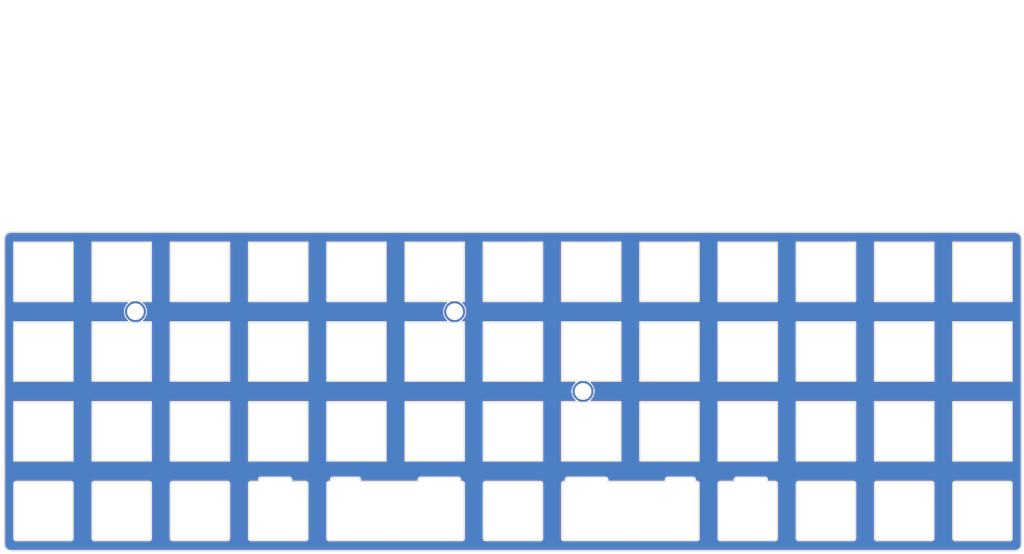
<source format=kicad_pcb>
(kicad_pcb (version 20210606) (generator pcbnew)
  (layers (0 "F.Cu" signal) (31 "B.Cu" signal) (34 "B.Paste" user) (35 "F.Paste" user) (36 "B.SilkS" user "B.Silkscreen") (37 "F.SilkS" user "F.Silkscreen") (38 "B.Mask" user) (39 "F.Mask" user) (44 "Edge.Cuts" user))
  (net 0 "")
  (footprint "rainfootprints:1u-cutout" (layer "F.Cu") (at 112.08 38.1)
    (fp_text reference "MX5" hide)
    (fp_text value "MX-NoLED" hide)
    (fp_line (start 7 -7) (end -7 -7) (layer "Edge.Cuts") (width 0.15))
    (fp_line (start 7 7) (end 7 -7) (layer "Edge.Cuts") (width 0.15))
    (fp_line (start -7 7) (end 7 7) (layer "Edge.Cuts") (width 0.15))
    (fp_line (start -7 -7) (end -7 7) (layer "Edge.Cuts") (width 0.15))
  )
  (footprint "rainfootprints:1u-cutout" (layer "F.Cu") (at 37.36 38.1)
    (fp_text reference "MX1" hide)
    (fp_text value "MX-NoLED" hide)
    (fp_line (start -7 7) (end 7 7) (layer "Edge.Cuts") (width 0.15))
    (fp_line (start 7 7) (end 7 -7) (layer "Edge.Cuts") (width 0.15))
    (fp_line (start -7 -7) (end -7 7) (layer "Edge.Cuts") (width 0.15))
    (fp_line (start 7 -7) (end -7 -7) (layer "Edge.Cuts") (width 0.15))
  )
  (footprint "rainfootprints:1u-cutout" (layer "F.Cu") (at 186.8 76.2)
    (fp_text reference "MX35" hide)
    (fp_text value "MX-NoLED" hide)
    (fp_line (start -7 7) (end 7 7) (layer "Edge.Cuts") (width 0.15))
    (fp_line (start -7 -7) (end -7 7) (layer "Edge.Cuts") (width 0.15))
    (fp_line (start 7 -7) (end -7 -7) (layer "Edge.Cuts") (width 0.15))
    (fp_line (start 7 7) (end 7 -7) (layer "Edge.Cuts") (width 0.15))
  )
  (footprint "rainfootprints:blank" (layer "F.Cu") (at 168.12 95.25)
    (fp_text reference "MX47" hide)
    (fp_text value "MX-NoLED" hide)
  )
  (footprint "rainfootprints:blank" (layer "F.Cu") (at 149.44 76.2 90)
    (fp_text reference "SW2" hide)
    (fp_text value "RotaryEncoder_Switch" hide)
  )
  (footprint "rainfootprints:blank" (layer "F.Cu") (at 74.72 95.25)
    (fp_text reference "MX42" hide)
    (fp_text value "MX-NoLED" hide)
  )
  (footprint "rainfootprints:blank" (layer "F.Cu") (at 149.44 95.25)
    (fp_text reference "MX56" hide)
    (fp_text value "MX-NoLED" hide)
  )
  (footprint "rainfootprints:blank" (layer "F.Cu") (at 186.8 95.25)
    (fp_text reference "MX58" hide)
    (fp_text value "MX-NoLED" hide)
  )
  (footprint "rainfootprints:1u-cutout" (layer "F.Cu") (at 205.48 76.2)
    (fp_text reference "MX36" hide)
    (fp_text value "MX-NoLED" hide)
    (fp_line (start 7 -7) (end -7 -7) (layer "Edge.Cuts") (width 0.15))
    (fp_line (start 7 7) (end 7 -7) (layer "Edge.Cuts") (width 0.15))
    (fp_line (start -7 -7) (end -7 7) (layer "Edge.Cuts") (width 0.15))
    (fp_line (start -7 7) (end 7 7) (layer "Edge.Cuts") (width 0.15))
  )
  (footprint "rainfootprints:1u-cutout" (layer "F.Cu") (at 74.72 76.2)
    (fp_text reference "MX29" hide)
    (fp_text value "MX-NoLED" hide)
    (fp_line (start -7 -7) (end -7 7) (layer "Edge.Cuts") (width 0.15))
    (fp_line (start -7 7) (end 7 7) (layer "Edge.Cuts") (width 0.15))
    (fp_line (start 7 -7) (end -7 -7) (layer "Edge.Cuts") (width 0.15))
    (fp_line (start 7 7) (end 7 -7) (layer "Edge.Cuts") (width 0.15))
  )
  (footprint "rainfootprints:1u-cutout" (layer "F.Cu") (at 56.04 57.15)
    (fp_text reference "MX15" hide)
    (fp_text value "MX-NoLED" hide)
    (fp_line (start -7 -7) (end -7 7) (layer "Edge.Cuts") (width 0.15))
    (fp_line (start -7 7) (end 7 7) (layer "Edge.Cuts") (width 0.15))
    (fp_line (start 7 7) (end 7 -7) (layer "Edge.Cuts") (width 0.15))
    (fp_line (start 7 -7) (end -7 -7) (layer "Edge.Cuts") (width 0.15))
  )
  (footprint "rainfootprints:1u-cutout" (layer "F.Cu") (at 186.8 57.15)
    (fp_text reference "MX22" hide)
    (fp_text value "MX-NoLED" hide)
    (fp_line (start 7 -7) (end -7 -7) (layer "Edge.Cuts") (width 0.15))
    (fp_line (start -7 7) (end 7 7) (layer "Edge.Cuts") (width 0.15))
    (fp_line (start 7 7) (end 7 -7) (layer "Edge.Cuts") (width 0.15))
    (fp_line (start -7 -7) (end -7 7) (layer "Edge.Cuts") (width 0.15))
  )
  (footprint "rainfootprints:blank" (layer "F.Cu") (at 149.44 95.25)
    (fp_text reference "MX55" hide)
    (fp_text value "MX-NoLED" hide)
  )
  (footprint "rainfootprints:1u-cutout" (layer "F.Cu") (at 224.16 38.1)
    (fp_text reference "MX11" hide)
    (fp_text value "MX-NoLED" hide)
    (fp_line (start -7 -7) (end -7 7) (layer "Edge.Cuts") (width 0.15))
    (fp_line (start -7 7) (end 7 7) (layer "Edge.Cuts") (width 0.15))
    (fp_line (start 7 7) (end 7 -7) (layer "Edge.Cuts") (width 0.15))
    (fp_line (start 7 -7) (end -7 -7) (layer "Edge.Cuts") (width 0.15))
  )
  (footprint "kbd:M2_Hole_TH_Outside" (layer "F.Cu") (at 59.321 47.625)
    (fp_text reference "H1" (at 0 0.5) (layer "F.SilkS"))
    (fp_text value "MountingHole")
    (pad "" thru_hole circle (at 0 0) (size 5 5) (drill 4) (layers *.Cu *.Mask))
  )
  (footprint "rainfootprints:1u-cutout" (layer "F.Cu") (at 149.44 38.1)
    (fp_text reference "MX7" hide)
    (fp_text value "MX-NoLED" hide)
    (fp_line (start 7 -7) (end -7 -7) (layer "Edge.Cuts") (width 0.15))
    (fp_line (start -7 -7) (end -7 7) (layer "Edge.Cuts") (width 0.15))
    (fp_line (start -7 7) (end 7 7) (layer "Edge.Cuts") (width 0.15))
    (fp_line (start 7 7) (end 7 -7) (layer "Edge.Cuts") (width 0.15))
  )
  (footprint "rainfootprints:blank" (layer "F.Cu") (at 186.8 95.25)
    (fp_text reference "MX48" hide)
    (fp_text value "MX-NoLED" hide)
  )
  (footprint "rainfootprints:1u-cutout" (layer "F.Cu") (at 130.76 38.1)
    (fp_text reference "MX6" hide)
    (fp_text value "MX-NoLED" hide)
    (fp_line (start 7 -7) (end -7 -7) (layer "Edge.Cuts") (width 0.15))
    (fp_line (start -7 -7) (end -7 7) (layer "Edge.Cuts") (width 0.15))
    (fp_line (start -7 7) (end 7 7) (layer "Edge.Cuts") (width 0.15))
    (fp_line (start 7 7) (end 7 -7) (layer "Edge.Cuts") (width 0.15))
  )
  (footprint "rainfootprints:blank" (layer "F.Cu") (at 112.08 95.25 -90)
    (fp_text reference "MX44" hide)
    (fp_text value "MX-NoLED" hide)
  )
  (footprint "rainfootprints:1u-cutout" (layer "F.Cu") (at 37.36 76.2)
    (fp_text reference "MX27" hide)
    (fp_text value "MX-NoLED" hide)
    (fp_line (start 7 -7) (end -7 -7) (layer "Edge.Cuts") (width 0.15))
    (fp_line (start -7 -7) (end -7 7) (layer "Edge.Cuts") (width 0.15))
    (fp_line (start 7 7) (end 7 -7) (layer "Edge.Cuts") (width 0.15))
    (fp_line (start -7 7) (end 7 7) (layer "Edge.Cuts") (width 0.15))
  )
  (footprint "rainfootprints:1u-cutout" (layer "F.Cu") (at 56.04 38.1)
    (fp_text reference "MX2" hide)
    (fp_text value "MX-NoLED" hide)
    (fp_line (start -7 -7) (end -7 7) (layer "Edge.Cuts") (width 0.15))
    (fp_line (start -7 7) (end 7 7) (layer "Edge.Cuts") (width 0.15))
    (fp_line (start 7 -7) (end -7 -7) (layer "Edge.Cuts") (width 0.15))
    (fp_line (start 7 7) (end 7 -7) (layer "Edge.Cuts") (width 0.15))
  )
  (footprint "rainfootprints:1u-cutout" (layer "F.Cu") (at 130.76 57.15)
    (fp_text reference "MX19" hide)
    (fp_text value "MX-NoLED" hide)
    (fp_line (start -7 -7) (end -7 7) (layer "Edge.Cuts") (width 0.15))
    (fp_line (start 7 -7) (end -7 -7) (layer "Edge.Cuts") (width 0.15))
    (fp_line (start -7 7) (end 7 7) (layer "Edge.Cuts") (width 0.15))
    (fp_line (start 7 7) (end 7 -7) (layer "Edge.Cuts") (width 0.15))
  )
  (footprint "rainfootprints:blank" (layer "F.Cu") (at 121.42 95.244)
    (fp_text reference "MX53" hide)
    (fp_text value "MX-NoLED" hide)
  )
  (footprint "rainfootprints:blank" (layer "F.Cu") (at 149.44 95.25)
    (fp_text reference "MX46" hide)
    (fp_text value "MX-NoLED" hide)
  )
  (footprint "rainfootprints:blank" (layer "F.Cu") (at 261.52 95.25)
    (fp_text reference "MX52" hide)
    (fp_text value "MX-NoLED" hide)
  )
  (footprint "rainfootprints:blank" (layer "F.Cu") (at 205.48 95.25 90)
    (fp_text reference "MX49" hide)
    (fp_text value "MX-NoLED" hide)
  )
  (footprint "rainfootprints:1u-cutout" (layer "F.Cu") (at 224.16 57.15)
    (fp_text reference "MX24" hide)
    (fp_text value "MX-NoLED" hide)
    (fp_line (start 7 -7) (end -7 -7) (layer "Edge.Cuts") (width 0.15))
    (fp_line (start -7 -7) (end -7 7) (layer "Edge.Cuts") (width 0.15))
    (fp_line (start -7 7) (end 7 7) (layer "Edge.Cuts") (width 0.15))
    (fp_line (start 7 7) (end 7 -7) (layer "Edge.Cuts") (width 0.15))
  )
  (footprint "rainfootprints:1u-cutout" (layer "F.Cu") (at 130.76 76.2)
    (fp_text reference "MX32" hide)
    (fp_text value "MX-NoLED" hide)
    (fp_line (start -7 7) (end 7 7) (layer "Edge.Cuts") (width 0.15))
    (fp_line (start 7 7) (end 7 -7) (layer "Edge.Cuts") (width 0.15))
    (fp_line (start 7 -7) (end -7 -7) (layer "Edge.Cuts") (width 0.15))
    (fp_line (start -7 -7) (end -7 7) (layer "Edge.Cuts") (width 0.15))
  )
  (footprint "rainfootprints:1u-cutout" (layer "F.Cu") (at 261.52 76.2)
    (fp_text reference "MX39" hide)
    (fp_text value "MX-NoLED" hide)
    (fp_line (start 7 7) (end 7 -7) (layer "Edge.Cuts") (width 0.15))
    (fp_line (start -7 -7) (end -7 7) (layer "Edge.Cuts") (width 0.15))
    (fp_line (start 7 -7) (end -7 -7) (layer "Edge.Cuts") (width 0.15))
    (fp_line (start -7 7) (end 7 7) (layer "Edge.Cuts") (width 0.15))
  )
  (footprint "rainfootprints:1u-cutout" (layer "F.Cu") (at 168.12 57.15)
    (fp_text reference "MX21" hide)
    (fp_text value "MX-NoLED" hide)
    (fp_line (start -7 7) (end 7 7) (layer "Edge.Cuts") (width 0.15))
    (fp_line (start -7 -7) (end -7 7) (layer "Edge.Cuts") (width 0.15))
    (fp_line (start 7 -7) (end -7 -7) (layer "Edge.Cuts") (width 0.15))
    (fp_line (start 7 7) (end 7 -7) (layer "Edge.Cuts") (width 0.15))
  )
  (footprint "rainfootprints:1u-cutout" (layer "F.Cu") (at 242.84 38.1 180)
    (fp_text reference "MX12" hide)
    (fp_text value "MX-NoLED" hide)
    (fp_line (start 7 -7) (end -7 -7) (layer "Edge.Cuts") (width 0.15))
    (fp_line (start -7 7) (end 7 7) (layer "Edge.Cuts") (width 0.15))
    (fp_line (start 7 7) (end 7 -7) (layer "Edge.Cuts") (width 0.15))
    (fp_line (start -7 -7) (end -7 7) (layer "Edge.Cuts") (width 0.15))
  )
  (footprint "rainfootprints:1u-cutout" (layer "F.Cu") (at 149.44 76.2)
    (fp_text reference "MX33" hide)
    (fp_text value "MX-NoLED" hide)
    (fp_line (start 7 7) (end 7 -7) (layer "Edge.Cuts") (width 0.15))
    (fp_line (start -7 7) (end 7 7) (layer "Edge.Cuts") (width 0.15))
    (fp_line (start -7 -7) (end -7 7) (layer "Edge.Cuts") (width 0.15))
    (fp_line (start 7 -7) (end -7 -7) (layer "Edge.Cuts") (width 0.15))
  )
  (footprint "rainfootprints:blank" (layer "F.Cu") (at 125.515 -25.5)
    (fp_text reference "MX40" hide)
    (fp_text value "MX-NoLED" hide)
  )
  (footprint "rainfootprints:blank" (layer "F.Cu") (at 177.46 95.244)
    (fp_text reference "MX57" hide)
    (fp_text value "MX-NoLED" hide)
  )
  (footprint "rainfootprints:1u-cutout" (layer "F.Cu") (at 205.48 57.15)
    (fp_text reference "MX23" hide)
    (fp_text value "MX-NoLED" hide)
    (fp_line (start -7 -7) (end -7 7) (layer "Edge.Cuts") (width 0.15))
    (fp_line (start 7 7) (end 7 -7) (layer "Edge.Cuts") (width 0.15))
    (fp_line (start -7 7) (end 7 7) (layer "Edge.Cuts") (width 0.15))
    (fp_line (start 7 -7) (end -7 -7) (layer "Edge.Cuts") (width 0.15))
  )
  (footprint "kbd:M2_Hole_TH_Outside" (layer "F.Cu") (at 135.521 47.625)
    (fp_text reference "H2" (at 0 0.5) (layer "F.SilkS"))
    (fp_text value "MountingHole")
    (pad "" thru_hole circle (at 0 0) (size 5 5) (drill 4) (layers *.Cu *.Mask))
  )
  (footprint "rainfootprints:1u-cutout" (layer "F.Cu") (at 93.4 57.15)
    (fp_text reference "MX17" hide)
    (fp_text value "MX-NoLED" hide)
    (fp_line (start 7 -7) (end -7 -7) (layer "Edge.Cuts") (width 0.15))
    (fp_line (start -7 7) (end 7 7) (layer "Edge.Cuts") (width 0.15))
    (fp_line (start 7 7) (end 7 -7) (layer "Edge.Cuts") (width 0.15))
    (fp_line (start -7 -7) (end -7 7) (layer "Edge.Cuts") (width 0.15))
  )
  (footprint "rainfootprints:1u-cutout" (layer "F.Cu") (at 93.4 76.2)
    (fp_text reference "MX30" hide)
    (fp_text value "MX-NoLED" hide)
    (fp_line (start 7 7) (end 7 -7) (layer "Edge.Cuts") (width 0.15))
    (fp_line (start 7 -7) (end -7 -7) (layer "Edge.Cuts") (width 0.15))
    (fp_line (start -7 7) (end 7 7) (layer "Edge.Cuts") (width 0.15))
    (fp_line (start -7 -7) (end -7 7) (layer "Edge.Cuts") (width 0.15))
  )
  (footprint "rainfootprints:blank" (layer "F.Cu") (at 56.04 95.25)
    (fp_text reference "MX41" hide)
    (fp_text value "MX-NoLED" hide)
  )
  (footprint "rainfootprints:1u-cutout" (layer "F.Cu") (at 186.8 38.1)
    (fp_text reference "MX9" hide)
    (fp_text value "MX-NoLED" hide)
    (fp_line (start 7 -7) (end -7 -7) (layer "Edge.Cuts") (width 0.15))
    (fp_line (start -7 7) (end 7 7) (layer "Edge.Cuts") (width 0.15))
    (fp_line (start -7 -7) (end -7 7) (layer "Edge.Cuts") (width 0.15))
    (fp_line (start 7 7) (end 7 -7) (layer "Edge.Cuts") (width 0.15))
  )
  (footprint "rainfootprints:blank" (layer "F.Cu") (at 242.84 95.25)
    (fp_text reference "MX51" hide)
    (fp_text value "MX-NoLED" hide)
  )
  (footprint "kbd:M2_Hole_TH_Outside" (layer "F.Cu") (at 166.171 66.675)
    (fp_text reference "H3" (at 0 0.5) (layer "F.SilkS"))
    (fp_text value "MountingHole")
    (pad "" thru_hole circle (at 0 0) (size 5 5) (drill 4) (layers *.Cu *.Mask))
  )
  (footprint "rainfootprints:1u-cutout" (layer "F.Cu") (at 205.48 38.1)
    (fp_text reference "MX10" hide)
    (fp_text value "MX-NoLED" hide)
    (fp_line (start 7 7) (end 7 -7) (layer "Edge.Cuts") (width 0.15))
    (fp_line (start -7 7) (end 7 7) (layer "Edge.Cuts") (width 0.15))
    (fp_line (start -7 -7) (end -7 7) (layer "Edge.Cuts") (width 0.15))
    (fp_line (start 7 -7) (end -7 -7) (layer "Edge.Cuts") (width 0.15))
  )
  (footprint "rainfootprints:1u-cutout" (layer "F.Cu") (at 168.12 38.1)
    (fp_text reference "MX8" hide)
    (fp_text value "MX-NoLED" hide)
    (fp_line (start -7 7) (end 7 7) (layer "Edge.Cuts") (width 0.15))
    (fp_line (start 7 7) (end 7 -7) (layer "Edge.Cuts") (width 0.15))
    (fp_line (start -7 -7) (end -7 7) (layer "Edge.Cuts") (width 0.15))
    (fp_line (start 7 -7) (end -7 -7) (layer "Edge.Cuts") (width 0.15))
  )
  (footprint "rainfootprints:1u-cutout" (layer "F.Cu") (at 74.72 38.1)
    (fp_text reference "MX3" hide)
    (fp_text value "MX-NoLED" hide)
    (fp_line (start 7 7) (end 7 -7) (layer "Edge.Cuts") (width 0.15))
    (fp_line (start 7 -7) (end -7 -7) (layer "Edge.Cuts") (width 0.15))
    (fp_line (start -7 7) (end 7 7) (layer "Edge.Cuts") (width 0.15))
    (fp_line (start -7 -7) (end -7 7) (layer "Edge.Cuts") (width 0.15))
  )
  (footprint "rainfootprints:1u-cutout" (layer "F.Cu") (at 149.44 57.15)
    (fp_text reference "MX20" hide)
    (fp_text value "MX-NoLED" hide)
    (fp_line (start -7 7) (end 7 7) (layer "Edge.Cuts") (width 0.15))
    (fp_line (start -7 -7) (end -7 7) (layer "Edge.Cuts") (width 0.15))
    (fp_line (start 7 -7) (end -7 -7) (layer "Edge.Cuts") (width 0.15))
    (fp_line (start 7 7) (end 7 -7) (layer "Edge.Cuts") (width 0.15))
  )
  (footprint "rainfootprints:1u-cutout" (layer "F.Cu") (at 112.08 76.2)
    (fp_text reference "MX31" hide)
    (fp_text value "MX-NoLED" hide)
    (fp_line (start 7 7) (end 7 -7) (layer "Edge.Cuts") (width 0.15))
    (fp_line (start -7 7) (end 7 7) (layer "Edge.Cuts") (width 0.15))
    (fp_line (start -7 -7) (end -7 7) (layer "Edge.Cuts") (width 0.15))
    (fp_line (start 7 -7) (end -7 -7) (layer "Edge.Cuts") (width 0.15))
  )
  (footprint "rainfootprints:1u-cutout" (layer "F.Cu") (at 112.08 57.15)
    (fp_text reference "MX18" hide)
    (fp_text value "MX-NoLED" hide)
    (fp_line (start -7 -7) (end -7 7) (layer "Edge.Cuts") (width 0.15))
    (fp_line (start 7 7) (end 7 -7) (layer "Edge.Cuts") (width 0.15))
    (fp_line (start 7 -7) (end -7 -7) (layer "Edge.Cuts") (width 0.15))
    (fp_line (start -7 7) (end 7 7) (layer "Edge.Cuts") (width 0.15))
  )
  (footprint "rainfootprints:1u-cutout" (layer "F.Cu") (at 93.4 38.1)
    (fp_text reference "MX4" hide)
    (fp_text value "MX-NoLED" hide)
    (fp_line (start 7 -7) (end -7 -7) (layer "Edge.Cuts") (width 0.15))
    (fp_line (start -7 7) (end 7 7) (layer "Edge.Cuts") (width 0.15))
    (fp_line (start -7 -7) (end -7 7) (layer "Edge.Cuts") (width 0.15))
    (fp_line (start 7 7) (end 7 -7) (layer "Edge.Cuts") (width 0.15))
  )
  (footprint "rainfootprints:blank" (layer "F.Cu") (at 112.08 95.25)
    (fp_text reference "MX54" hide)
    (fp_text value "MX-NoLED" hide)
  )
  (footprint "rainfootprints:1u-cutout" (layer "F.Cu") (at 56.04 76.2)
    (fp_text reference "MX28" hide)
    (fp_text value "MX-NoLED" hide)
    (fp_line (start -7 7) (end 7 7) (layer "Edge.Cuts") (width 0.15))
    (fp_line (start 7 7) (end 7 -7) (layer "Edge.Cuts") (width 0.15))
    (fp_line (start -7 -7) (end -7 7) (layer "Edge.Cuts") (width 0.15))
    (fp_line (start 7 -7) (end -7 -7) (layer "Edge.Cuts") (width 0.15))
  )
  (footprint "rainfootprints:1u-cutout" (layer "F.Cu") (at 242.84 76.2)
    (fp_text reference "MX38" hide)
    (fp_text value "MX-NoLED" hide)
    (fp_line (start -7 -7) (end -7 7) (layer "Edge.Cuts") (width 0.15))
    (fp_line (start -7 7) (end 7 7) (layer "Edge.Cuts") (width 0.15))
    (fp_line (start 7 7) (end 7 -7) (layer "Edge.Cuts") (width 0.15))
    (fp_line (start 7 -7) (end -7 -7) (layer "Edge.Cuts") (width 0.15))
  )
  (footprint "rainfootprints:1u-cutout" (layer "F.Cu") (at 261.52 57.15)
    (fp_text reference "MX26" hide)
    (fp_text value "MX-NoLED" hide)
    (fp_line (start 7 -7) (end -7 -7) (layer "Edge.Cuts") (width 0.15))
    (fp_line (start -7 -7) (end -7 7) (layer "Edge.Cuts") (width 0.15))
    (fp_line (start 7 7) (end 7 -7) (layer "Edge.Cuts") (width 0.15))
    (fp_line (start -7 7) (end 7 7) (layer "Edge.Cuts") (width 0.15))
  )
  (footprint "rainfootprints:1u-cutout" (layer "F.Cu") (at 242.84 57.15)
    (fp_text reference "MX25" hide)
    (fp_text value "MX-NoLED" hide)
    (fp_line (start -7 7) (end 7 7) (layer "Edge.Cuts") (width 0.15))
    (fp_line (start 7 -7) (end -7 -7) (layer "Edge.Cuts") (width 0.15))
    (fp_line (start 7 7) (end 7 -7) (layer "Edge.Cuts") (width 0.15))
    (fp_line (start -7 -7) (end -7 7) (layer "Edge.Cuts") (width 0.15))
  )
  (footprint "rainfootprints:1u-cutout" (layer "F.Cu") (at 74.72 57.15)
    (fp_text reference "MX16" hide)
    (fp_text value "MX-NoLED" hide)
    (fp_line (start 7 -7) (end -7 -7) (layer "Edge.Cuts") (width 0.15))
    (fp_line (start 7 7) (end 7 -7) (layer "Edge.Cuts") (width 0.15))
    (fp_line (start -7 -7) (end -7 7) (layer "Edge.Cuts") (width 0.15))
    (fp_line (start -7 7) (end 7 7) (layer "Edge.Cuts") (width 0.15))
  )
  (footprint "rainfootprints:1u-cutout" (layer "F.Cu") (at 168.12 76.2)
    (fp_text reference "MX34" hide)
    (fp_text value "MX-NoLED" hide)
    (fp_line (start 7 7) (end 7 -7) (layer "Edge.Cuts") (width 0.15))
    (fp_line (start 7 -7) (end -7 -7) (layer "Edge.Cuts") (width 0.15))
    (fp_line (start -7 7) (end 7 7) (layer "Edge.Cuts") (width 0.15))
    (fp_line (start -7 -7) (end -7 7) (layer "Edge.Cuts") (width 0.15))
  )
  (footprint "rainfootprints:blank" (layer "F.Cu") (at 130.76 95.25)
    (fp_text reference "MX45" hide)
    (fp_text value "MX-NoLED" hide)
  )
  (footprint "rainfootprints:1u-cutout" (layer "F.Cu") (at 224.16 76.2)
    (fp_text reference "MX37" hide)
    (fp_text value "MX-NoLED" hide)
    (fp_line (start -7 7) (end 7 7) (layer "Edge.Cuts") (width 0.15))
    (fp_line (start 7 -7) (end -7 -7) (layer "Edge.Cuts") (width 0.15))
    (fp_line (start 7 7) (end 7 -7) (layer "Edge.Cuts") (width 0.15))
    (fp_line (start -7 -7) (end -7 7) (layer "Edge.Cuts") (width 0.15))
  )
  (footprint "rainfootprints:1u-cutout" (layer "F.Cu") (at 37.36 57.15)
    (fp_text reference "MX14" hide)
    (fp_text value "MX-NoLED" hide)
    (fp_line (start -7 7) (end 7 7) (layer "Edge.Cuts") (width 0.15))
    (fp_line (start -7 -7) (end -7 7) (layer "Edge.Cuts") (width 0.15))
    (fp_line (start 7 -7) (end -7 -7) (layer "Edge.Cuts") (width 0.15))
    (fp_line (start 7 7) (end 7 -7) (layer "Edge.Cuts") (width 0.15))
  )
  (footprint "rainfootprints:1u-cutout" (layer "F.Cu") (at 261.52 38.1)
    (fp_text reference "MX13" hide)
    (fp_text value "MX-NoLED" hide)
    (fp_line (start -7 -7) (end -7 7) (layer "Edge.Cuts") (width 0.15))
    (fp_line (start 7 -7) (end -7 -7) (layer "Edge.Cuts") (width 0.15))
    (fp_line (start -7 7) (end 7 7) (layer "Edge.Cuts") (width 0.15))
    (fp_line (start 7 7) (end 7 -7) (layer "Edge.Cuts") (width 0.15))
  )
  (footprint "rainfootprints:blank" (layer "F.Cu") (at 93.4 95.25)
    (fp_text reference "MX43" hide)
    (fp_text value "MX-NoLED" hide)
  )
  (footprint "rainfootprints:blank" (layer "F.Cu") (at 224.16 95.25)
    (fp_text reference "MX50" hide)
    (fp_text value "MX-NoLED" hide)
  )
  (footprint "rainfootprints:blank" (layer "B.Cu") (at 77.8 57.9401 90)
    (fp_text reference "D16" hide)
    (fp_text value "D_Small" hide)
  )
  (footprint "rainfootprints:blank" (layer "B.Cu") (at 152.5 76.9889 90)
    (fp_text reference "D33" hide)
    (fp_text value "D_Small" hide)
  )
  (footprint "rainfootprints:blank" (layer "B.Cu") (at 59.1 76.9889 90)
    (fp_text reference "D28" hide)
    (fp_text value "D_Small" hide)
  )
  (footprint "rainfootprints:blank" (layer "B.Cu") (at 189.9 57.9401 90)
    (fp_text reference "D22" hide)
    (fp_text value "D_Small" hide)
  )
  (footprint "rainfootprints:blank" (layer "B.Cu") (at 152.5 38.8913 90)
    (fp_text reference "D7" hide)
    (fp_text value "D_Small" hide)
  )
  (footprint "rainfootprints:blank" (layer "B.Cu") (at 256.6 58.9 180)
    (fp_text reference "C4" hide)
    (fp_text value "22pF" hide)
  )
  (footprint "rainfootprints:blank" (layer "B.Cu") (at 40.5 76.9889 90)
    (fp_text reference "D27" hide)
    (fp_text value "D_Small" hide)
  )
  (footprint "rainfootprints:blank" (layer "B.Cu") (at 40.5 96.0377 90)
    (fp_text reference "D40" hide)
    (fp_text value "D_Small" hide)
  )
  (footprint "rainfootprints:blank" (layer "B.Cu") (at 40.5 57.9401 90)
    (fp_text reference "D14" hide)
    (fp_text value "D_Small" hide)
  )
  (footprint "rainfootprints:blank" (layer "B.Cu") (at 233.5 39.4)
    (fp_text reference "U2" hide)
    (fp_text value "PRTR5V0U2X" hide)
  )
  (footprint "rainfootprints:blank" (layer "B.Cu") (at 264.6 76.9889 90)
    (fp_text reference "D39" hide)
    (fp_text value "D_Small" hide)
  )
  (footprint "rainfootprints:blank" (layer "B.Cu") (at 234 32.8 180)
    (fp_text reference "R7" hide)
    (fp_text value "1M" hide)
  )
  (footprint "rainfootprints:blank" (layer "B.Cu") (at 198 96.0377 90)
    (fp_text reference "D49" hide)
    (fp_text value "D_Small" hide)
  )
  (footprint "rainfootprints:blank" (layer "B.Cu") (at 260.3 71.2 180)
    (fp_text reference "R4" hide)
    (fp_text value "10k" hide)
  )
  (footprint "rainfootprints:blank" (layer "B.Cu") (at 248.9 59.5 180)
    (fp_text reference "C6" hide)
    (fp_text value "0.1uF" hide)
  )
  (footprint "rainfootprints:blank" (layer "B.Cu") (at 208.6 76.9889 90)
    (fp_text reference "D36" hide)
    (fp_text value "D_Small" hide)
  )
  (footprint "rainfootprints:blank" (layer "B.Cu") (at 208.6 57.9401 90)
    (fp_text reference "D23" hide)
    (fp_text value "D_Small" hide)
  )
  (footprint "rainfootprints:blank" (layer "B.Cu") (at 115.2 38.8913 90)
    (fp_text reference "D5" hide)
    (fp_text value "D_Small" hide)
  )
  (footprint "rainfootprints:blank" (layer "B.Cu") (at 241.118 26.0775)
    (fp_text reference "USB1" hide)
    (fp_text value "HRO-TYPE-C-31-M-12" hide)
  )
  (footprint "rainfootprints:blank" (layer "B.Cu") (at 133.8 38.8913 90)
    (fp_text reference "D6" hide)
    (fp_text value "D_Small" hide)
  )
  (footprint "rainfootprints:blank" (layer "B.Cu") (at 115.2 57.9401 90)
    (fp_text reference "D18" hide)
    (fp_text value "D_Small" hide)
  )
  (footprint "rainfootprints:blank" (layer "B.Cu") (at 208.6 38.8913 90)
    (fp_text reference "D10" hide)
    (fp_text value "D_Small" hide)
  )
  (footprint "rainfootprints:blank" (layer "B.Cu") (at 252.9 57)
    (fp_text reference "Y1" hide)
    (fp_text value "Crystal_GND24_Small" hide)
  )
  (footprint "rainfootprints:blank" (layer "B.Cu") (at 77.8 38.8913 90)
    (fp_text reference "D3" hide)
    (fp_text value "D_Small" hide)
  )
  (footprint "rainfootprints:blank" (layer "B.Cu") (at 77.8 76.9889 90)
    (fp_text reference "D29" hide)
    (fp_text value "D_Small" hide)
  )
  (footprint "rainfootprints:blank" (layer "B.Cu") (at 234.6 43.9 90)
    (fp_text reference "R3" hide)
    (fp_text value "22" hide)
  )
  (footprint "rainfootprints:blank" (layer "B.Cu") (at 245.9 57.9401 90)
    (fp_text reference "D25" hide)
    (fp_text value "D_Small" hide)
  )
  (footprint "rainfootprints:blank" (layer "B.Cu") (at 59.2 38.8913 90)
    (fp_text reference "D2" hide)
    (fp_text value "D_Small" hide)
  )
  (footprint "rainfootprints:blank" (layer "B.Cu") (at 96.5 76.9889 90)
    (fp_text reference "D30" hide)
    (fp_text value "D_Small" hide)
  )
  (footprint "rainfootprints:blank" (layer "B.Cu") (at 252.2 66.675 -135)
    (fp_text reference "U1" hide)
    (fp_text value "ATmega32U2-A" hide)
  )
  (footprint "rainfootprints:blank" (layer "B.Cu") (at 189.9 38.8913 90)
    (fp_text reference "D9" hide)
    (fp_text value "D_Small" hide)
  )
  (footprint "rainfootprints:blank" (layer "B.Cu") (at 243.1 64 180)
    (fp_text reference "C3" hide)
    (fp_text value "1uF" hide)
  )
  (footprint "rainfootprints:blank" (layer "B.Cu") (at 96.5 96.0377 90)
    (fp_text reference "D43" hide)
    (fp_text value "D_Small" hide)
  )
  (footprint "rainfootprints:blank" (layer "B.Cu") (at 227.3 57.9401 90)
    (fp_text reference "D24" hide)
    (fp_text value "D_Small" hide)
  )
  (footprint "rainfootprints:blank" (layer "B.Cu") (at 232.4 43.9 90)
    (fp_text reference "R2" hide)
    (fp_text value "22" hide)
  )
  (footprint "rainfootprints:blank" (layer "B.Cu") (at 59.1 57.9401 90)
    (fp_text reference "D15" hide)
    (fp_text value "D_Small" hide)
  )
  (footprint "rainfootprints:blank" (layer "B.Cu") (at 189.9 76.9889 90)
    (fp_text reference "D35" hide)
    (fp_text value "D_Small" hide)
  )
  (footprint "rainfootprints:blank" (layer "B.Cu") (at 32.3 80 -90)
    (fp_text reference "SW1" hide)
    (fp_text value "SW_Push" hide)
  )
  (footprint "rainfootprints:blank" (layer "B.Cu") (at 264.6 96.0377 90)
    (fp_text reference "D52" hide)
    (fp_text value "D_Small" hide)
  )
  (footprint "rainfootprints:blank" (layer "B.Cu") (at 115.2 76.9889 90)
    (fp_text reference "D31" hide)
    (fp_text value "D_Small" hide)
  )
  (footprint "rainfootprints:blank" (layer "B.Cu") (at 189.9 96.0377 90)
    (fp_text reference "D48" hide)
    (fp_text value "D_Small" hide)
  )
  (footprint "rainfootprints:blank" (layer "B.Cu") (at 133.9 96.0377 90)
    (fp_text reference "D45" hide)
    (fp_text value "D_Small" hide)
  )
  (footprint "rainfootprints:blank" (layer "B.Cu") (at 96.5 57.9401 90)
    (fp_text reference "D17" hide)
    (fp_text value "D_Small" hide)
  )
  (footprint "rainfootprints:blank" (layer "B.Cu") (at 227.3 76.9889 90)
    (fp_text reference "D37" hide)
    (fp_text value "D_Small" hide)
  )
  (footprint "rainfootprints:blank" (layer "B.Cu") (at 242.9 68.9)
    (fp_text reference "R1" hide)
    (fp_text value "10k" hide)
  )
  (footprint "rainfootprints:blank" (layer "B.Cu") (at 152.5 96.0377 90)
    (fp_text reference "D46" hide)
    (fp_text value "D_Small" hide)
  )
  (footprint "rainfootprints:blank" (layer "B.Cu") (at 133.9 76.9889 90)
    (fp_text reference "D32" hide)
    (fp_text value "D_Small" hide)
  )
  (footprint "rainfootprints:blank" (layer "B.Cu") (at 171.2 76.9889 90)
    (fp_text reference "D34" hide)
    (fp_text value "D_Small" hide)
  )
  (footprint "rainfootprints:blank" (layer "B.Cu") (at 133.8 57.9401 90)
    (fp_text reference "D19" hide)
    (fp_text value "D_Small" hide)
  )
  (footprint "rainfootprints:blank" (layer "B.Cu") (at 170.9 98.4188 90)
    (fp_text reference "D47" hide)
    (fp_text value "D_Small" hide)
  )
  (footprint "rainfootprints:blank" (layer "B.Cu") (at 252.2 38.1 90)
    (fp_text reference "F1" hide)
    (fp_text value "500mA" hide)
  )
  (footprint "rainfootprints:blank" (layer "B.Cu") (at 77.8 96.0377 90)
    (fp_text reference "D42" hide)
    (fp_text value "D_Small" hide)
  )
  (footprint "rainfootprints:blank" (layer "B.Cu") (at 234 30.8 180)
    (fp_text reference "R5" hide)
    (fp_text value "5k1" hide)
  )
  (footprint "rainfootprints:blank" (layer "B.Cu") (at 245.8 61.3 180)
    (fp_text reference "C5" hide)
    (fp_text value "0.1uF" hide)
  )
  (footprint "rainfootprints:blank" (layer "B.Cu") (at 248.1 30.8)
    (fp_text reference "R6" hide)
    (fp_text value "5k1" hide)
  )
  (footprint "rainfootprints:blank" (layer "B.Cu") (at 171.2 57.9401 90)
    (fp_text reference "D21" hide)
    (fp_text value "D_Small" hide)
  )
  (footprint "rainfootprints:blank" (layer "B.Cu") (at 227.2 38.8913 90)
    (fp_text reference "D11" hide)
    (fp_text value "D_Small" hide)
  )
  (footprint "rainfootprints:blank" (layer "B.Cu") (at 121.2 100.0062 90)
    (fp_text reference "D44" hide)
    (fp_text value "D_Small" hide)
  )
  (footprint "rainfootprints:blank" (layer "B.Cu") (at 246 76.9889 90)
    (fp_text reference "D38" hide)
    (fp_text value "D_Small" hide)
  )
  (footprint "rainfootprints:blank" (layer "B.Cu") (at 243.5 42.8598 90)
    (fp_text reference "D12" hide)
    (fp_text value "D_Small" hide)
  )
  (footprint "rainfootprints:blank" (layer "B.Cu") (at 40.5 38.8913 90)
    (fp_text reference "D1" hide)
    (fp_text value "D_Small" hide)
  )
  (footprint "rainfootprints:blank" (layer "B.Cu") (at 227.2 96.0377 90)
    (fp_text reference "D50" hide)
    (fp_text value "D_Small" hide)
  )
  (footprint "rainfootprints:blank" (layer "B.Cu") (at 171.2 38.8913 90)
    (fp_text reference "D8" hide)
    (fp_text value "D_Small" hide)
  )
  (footprint "rainfootprints:blank" (layer "B.Cu") (at 258.8 60.5 45)
    (fp_text reference "C7" hide)
    (fp_text value "10uF" hide)
  )
  (footprint "rainfootprints:blank" (layer "B.Cu") (at 152.5 57.9401 90)
    (fp_text reference "D20" hide)
    (fp_text value "D_Small" hide)
  )
  (footprint "rainfootprints:blank" (layer "B.Cu") (at 59.1 96.0377 90)
    (fp_text reference "D41" hide)
    (fp_text value "D_Small" hide)
  )
  (footprint "rainfootprints:blank" (layer "B.Cu") (at 248.1 32.8 180)
    (fp_text reference "C1" hide)
    (fp_text value "4.7n" hide)
  )
  (footprint "rainfootprints:blank" (layer "B.Cu") (at 264.6 38.8913 90)
    (fp_text reference "D13" hide)
    (fp_text value "D_Small" hide)
  )
  (footprint "rainfootprints:blank" (layer "B.Cu") (at 264.6 57.9401 90)
    (fp_text reference "D26" hide)
    (fp_text value "D_Small" hide)
  )
  (footprint "rainfootprints:blank" (layer "B.Cu") (at 249.8 56.6 -90)
    (fp_text reference "C2" hide)
    (fp_text value "22pF" hide)
  )
  (footprint "rainfootprints:blank" (layer "B.Cu") (at 245.9 96.0377 90)
    (fp_text reference "D51" hide)
    (fp_text value "D_Small" hide)
  )
  (footprint "rainfootprints:blank" (layer "B.Cu") (at 96.5 38.8913 90)
    (fp_text reference "D4" hide)
    (fp_text value "D_Small" hide)
  )
  (gr_line (start 67.723553 88.753553) (end 67.723553 101.753552) (layer "Edge.Cuts") (width 0.15))
  (gr_line (start 136.361553 87.253553) (end 134.133553 87.253553) (layer "Edge.Cuts") (width 0.15))
  (gr_line (start 170.753553 102.253552) (end 170.963553 102.253552) (layer "Edge.Cuts") (width 0.15))
  (gr_line (start 136.861553 88.253553) (end 136.861553 87.753553) (layer "Edge.Cuts") (width 0.15))
  (gr_arc (start 99.903553 101.753552) (end 99.903553 102.253552) (angle -90) (layer "Edge.Cuts") (width 0.15))
  (gr_line (start 137.263553 88.253553) (end 136.861553 88.253553) (layer "Edge.Cuts") (width 0.15))
  (gr_line (start 162.025553 87.753553) (end 162.025553 88.253553) (layer "Edge.Cuts") (width 0.15))
  (gr_arc (start 209.593553 87.753553) (end 210.093553 87.753553) (angle -90) (layer "Edge.Cuts") (width 0.15))
  (gr_arc (start 105.583553 88.753553) (end 105.583553 88.253553) (angle -90) (layer "Edge.Cuts") (width 0.15))
  (gr_line (start 88.793553 87.753553) (end 88.793553 88.253553) (layer "Edge.Cuts") (width 0.15))
  (gr_arc (start 249.343553 88.753553) (end 249.843553 88.753553) (angle -90) (layer "Edge.Cuts") (width 0.15))
  (gr_line (start 43.863553 88.253553) (end 30.863553 88.253553) (layer "Edge.Cuts") (width 0.15))
  (gr_arc (start 89.293553 87.753553) (end 89.293553 87.253553) (angle -90) (layer "Edge.Cuts") (width 0.15))
  (gr_line (start 217.663553 102.253552) (end 230.663553 102.253552) (layer "Edge.Cuts") (width 0.15))
  (gr_line (start 249.843553 101.753552) (end 249.843553 88.753553) (layer "Edge.Cuts") (width 0.15))
  (gr_arc (start 255.023553 88.753553) (end 255.023553 88.253553) (angle -90) (layer "Edge.Cuts") (width 0.15))
  (gr_arc (start 29.5835 103.187532) (end 27.996 103.187532) (angle -90) (layer "Edge.Cuts") (width 0.2))
  (gr_line (start 29.5835 28.575032) (end 269.296 28.575032) (layer "Edge.Cuts") (width 0.2))
  (gr_line (start 133.393553 87.253553) (end 130.361553 87.253553) (layer "Edge.Cuts") (width 0.15))
  (gr_line (start 202.353553 88.253553) (end 198.983553 88.253553) (layer "Edge.Cuts") (width 0.15))
  (gr_arc (start 142.943553 88.753553) (end 142.943553 88.253553) (angle -90) (layer "Edge.Cuts") (width 0.15))
  (gr_line (start 118.583553 88.253553) (end 114.923553 88.253553) (layer "Edge.Cuts") (width 0.15))
  (gr_line (start 100.403553 101.753552) (end 100.403553 88.753553) (layer "Edge.Cuts") (width 0.15))
  (gr_line (start 236.343553 102.253552) (end 249.343553 102.253552) (layer "Edge.Cuts") (width 0.15))
  (gr_arc (start 112.485553 87.753553) (end 112.985553 87.753553) (angle -90) (layer "Edge.Cuts") (width 0.15))
  (gr_line (start 124.263553 102.253552) (end 127.393553 102.253552) (layer "Edge.Cuts") (width 0.15))
  (gr_line (start 171.493553 87.253553) (end 170.753553 87.253553) (layer "Edge.Cuts") (width 0.15))
  (gr_arc (start 62.543553 101.753552) (end 62.543553 102.253552) (angle -90) (layer "Edge.Cuts") (width 0.15))
  (gr_line (start 95.293553 102.253552) (end 96.033553 102.253552) (layer "Edge.Cuts") (width 0.15))
  (gr_line (start 192.401553 102.253552) (end 193.303553 102.253552) (layer "Edge.Cuts") (width 0.15))
  (gr_arc (start 193.303553 101.753552) (end 193.303553 102.253552) (angle -90) (layer "Edge.Cuts") (width 0.15))
  (gr_arc (start 193.303553 88.753553) (end 193.803553 88.753553) (angle -90) (layer "Edge.Cuts") (width 0.15))
  (gr_arc (start 68.223553 101.753552) (end 67.723553 101.753552) (angle -90) (layer "Edge.Cuts") (width 0.15))
  (gr_line (start 170.963553 102.253552) (end 171.493553 102.253552) (layer "Edge.Cuts") (width 0.15))
  (gr_line (start 183.963553 88.253553) (end 180.303553 88.253553) (layer "Edge.Cuts") (width 0.15))
  (gr_line (start 124.263553 88.253553) (end 118.583553 88.253553) (layer "Edge.Cuts") (width 0.15))
  (gr_line (start 161.123553 88.753553) (end 161.123553 101.753552) (layer "Edge.Cuts") (width 0.15))
  (gr_line (start 212.483553 101.753552) (end 212.483553 88.753553) (layer "Edge.Cuts") (width 0.15))
  (gr_line (start 133.393553 102.253552) (end 134.133553 102.253552) (layer "Edge.Cuts") (width 0.15))
  (gr_line (start 211.983553 88.253553) (end 210.093553 88.253553) (layer "Edge.Cuts") (width 0.15))
  (gr_arc (start 249.343553 101.753552) (end 249.343553 102.253552) (angle -90) (layer "Edge.Cuts") (width 0.15))
  (gr_arc (start 236.343553 88.753553) (end 236.343553 88.253553) (angle -90) (layer "Edge.Cuts") (width 0.15))
  (gr_line (start 156.443552 101.753552) (end 156.443552 88.753553) (layer "Edge.Cuts") (width 0.15))
  (gr_line (start 95.293553 87.253553) (end 90.033553 87.253553) (layer "Edge.Cuts") (width 0.15))
  (gr_line (start 128.133553 87.253553) (end 127.393553 87.253553) (layer "Edge.Cuts") (width 0.15))
  (gr_arc (start 192.401553 87.753553) (end 192.901553 87.753553) (angle -90) (layer "Edge.Cuts") (width 0.15))
  (gr_arc (start 211.983553 101.753552) (end 211.983553 102.253552) (angle -90) (layer "Edge.Cuts") (width 0.15))
  (gr_line (start 112.485553 87.253553) (end 106.485553 87.253553) (layer "Edge.Cuts") (width 0.15))
  (gr_line (start 254.523553 88.753553) (end 254.523553 101.753552) (layer "Edge.Cuts") (width 0.15))
  (gr_line (start 155.943553 88.253553) (end 142.943553 88.253553) (layer "Edge.Cuts") (width 0.15))
  (gr_line (start 168.525553 87.253553) (end 165.493553 87.253553) (layer "Edge.Cuts") (width 0.15))
  (gr_line (start 183.963553 102.253552) (end 186.401553 102.253552) (layer "Edge.Cuts") (width 0.15))
  (gr_arc (start 268.023553 88.753553) (end 268.523553 88.753553) (angle -90) (layer "Edge.Cuts") (width 0.15))
  (gr_arc (start 127.393553 87.753553) (end 127.393553 87.253553) (angle -90) (layer "Edge.Cuts") (width 0.15))
  (gr_line (start 217.163553 88.753553) (end 217.163553 101.753552) (layer "Edge.Cuts") (width 0.15))
  (gr_line (start 174.623553 88.253553) (end 171.993553 88.253553) (layer "Edge.Cuts") (width 0.15))
  (gr_line (start 249.343553 88.253553) (end 236.343553 88.253553) (layer "Edge.Cuts") (width 0.15))
  (gr_line (start 171.493553 102.253552) (end 174.623553 102.253552) (layer "Edge.Cuts") (width 0.15))
  (gr_arc (start 230.663553 88.753553) (end 231.163553 88.753553) (angle -90) (layer "Edge.Cuts") (width 0.15))
  (gr_line (start 86.403553 88.753553) (end 86.403553 101.753552) (layer "Edge.Cuts") (width 0.15))
  (gr_arc (start 162.525553 87.753553) (end 162.525553 87.253553) (angle -90) (layer "Edge.Cuts") (width 0.15))
  (gr_arc (start 155.943553 88.753553) (end 156.443553 88.753553) (angle -90) (layer "Edge.Cuts") (width 0.15))
  (gr_line (start 106.485553 102.253552) (end 112.485553 102.253552) (layer "Edge.Cuts") (width 0.15))
  (gr_line (start 127.393553 102.253552) (end 127.923553 102.253552) (layer "Edge.Cuts") (width 0.15))
  (gr_line (start 130.361553 102.253552) (end 133.393553 102.253552) (layer "Edge.Cuts") (width 0.15))
  (gr_line (start 170.753553 87.253553) (end 168.525553 87.253553) (layer "Edge.Cuts") (width 0.15))
  (gr_arc (start 106.485553 87.753553) (end 106.485553 87.253553) (angle -90) (layer "Edge.Cuts") (width 0.15))
  (gr_line (start 112.485553 102.253552) (end 114.923553 102.253552) (layer "Edge.Cuts") (width 0.15))
  (gr_line (start 30.363553 88.753553) (end 30.363553 101.753552) (layer "Edge.Cuts") (width 0.15))
  (gr_arc (start 136.361553 87.753553) (end 136.861553 87.753553) (angle -90) (layer "Edge.Cuts") (width 0.15))
  (gr_arc (start 236.343553 101.753552) (end 235.843553 101.753552) (angle -90) (layer "Edge.Cuts") (width 0.15))
  (gr_line (start 165.493553 87.253553) (end 164.753553 87.253553) (layer "Edge.Cuts") (width 0.15))
  (gr_line (start 255.023553 102.253552) (end 268.023553 102.253552) (layer "Edge.Cuts") (width 0.15))
  (gr_line (start 134.133553 87.253553) (end 133.393553 87.253553) (layer "Edge.Cuts") (width 0.15))
  (gr_line (start 193.303553 88.253553) (end 192.901553 88.253553) (layer "Edge.Cuts") (width 0.15))
  (gr_arc (start 43.863553 88.753553) (end 44.363553 88.753553) (angle -90) (layer "Edge.Cuts") (width 0.15))
  (gr_line (start 63.043553 101.753552) (end 63.043553 88.753553) (layer "Edge.Cuts") (width 0.15))
  (gr_arc (start 155.943553 101.753552) (end 155.943553 102.253552) (angle -90) (layer "Edge.Cuts") (width 0.15))
  (gr_line (start 81.723553 101.753552) (end 81.723553 88.753553) (layer "Edge.Cuts") (width 0.15))
  (gr_line (start 165.493553 102.253552) (end 168.525553 102.253552) (layer "Edge.Cuts") (width 0.15))
  (gr_line (start 112.985553 88.253553) (end 112.985553 87.753553) (layer "Edge.Cuts") (width 0.15))
  (gr_arc (start 269.296 103.187532) (end 269.296 104.775032) (angle -90) (layer "Edge.Cuts") (width 0.2))
  (gr_line (start 49.043553 88.753553) (end 49.043553 101.753552) (layer "Edge.Cuts") (width 0.15))
  (gr_arc (start 198.983553 88.753553) (end 198.983553 88.253553) (angle -90) (layer "Edge.Cuts") (width 0.15))
  (gr_line (start 198.483553 88.753553) (end 198.483553 101.753552) (layer "Edge.Cuts") (width 0.15))
  (gr_arc (start 217.663553 101.753552) (end 217.163553 101.753552) (angle -90) (layer "Edge.Cuts") (width 0.15))
  (gr_line (start 118.583553 102.253552) (end 124.263553 102.253552) (layer "Edge.Cuts") (width 0.15))
  (gr_arc (start 269.296 30.162532) (end 270.8835 30.162532) (angle -90) (layer "Edge.Cuts") (width 0.2))
  (gr_line (start 114.923553 88.253553) (end 112.985553 88.253553) (layer "Edge.Cuts") (width 0.15))
  (gr_line (start 208.853553 102.253552) (end 209.593553 102.253552) (layer "Edge.Cuts") (width 0.15))
  (gr_line (start 198.983553 102.253552) (end 202.853553 102.253552) (layer "Edge.Cuts") (width 0.15))
  (gr_line (start 185.901553 87.753553) (end 185.901553 88.253553) (layer "Edge.Cuts") (width 0.15))
  (gr_line (start 203.593553 87.253553) (end 202.853553 87.253553) (layer "Edge.Cuts") (width 0.15))
  (gr_line (start 96.533553 88.253553) (end 96.533553 87.753553) (layer "Edge.Cuts") (width 0.15))
  (gr_line (start 128.133553 102.253552) (end 130.361553 102.253552) (layer "Edge.Cuts") (width 0.15))
  (gr_line (start 90.033553 87.253553) (end 89.293553 87.253553) (layer "Edge.Cuts") (width 0.15))
  (gr_line (start 134.133553 102.253552) (end 136.361553 102.253552) (layer "Edge.Cuts") (width 0.15))
  (gr_arc (start 29.5835 30.162532) (end 29.5835 28.575032) (angle -90) (layer "Edge.Cuts") (width 0.2))
  (gr_line (start 230.663553 88.253553) (end 217.663553 88.253553) (layer "Edge.Cuts") (width 0.15))
  (gr_line (start 186.401553 102.253552) (end 192.401553 102.253552) (layer "Edge.Cuts") (width 0.15))
  (gr_line (start 174.623553 102.253552) (end 180.303553 102.253552) (layer "Edge.Cuts") (width 0.15))
  (gr_arc (start 198.983553 101.753552) (end 198.483553 101.753552) (angle -90) (layer "Edge.Cuts") (width 0.15))
  (gr_line (start 88.793553 88.253553) (end 86.903553 88.253553) (layer "Edge.Cuts") (width 0.15))
  (gr_arc (start 255.023553 101.753552) (end 254.523553 101.753552) (angle -90) (layer "Edge.Cuts") (width 0.15))
  (gr_arc (start 202.853553 87.753553) (end 202.853553 87.253553) (angle -90) (layer "Edge.Cuts") (width 0.15))
  (gr_line (start 30.863553 102.253552) (end 43.863553 102.253552) (layer "Edge.Cuts") (width 0.15))
  (gr_line (start 235.843553 88.753553) (end 235.843553 101.753552) (layer "Edge.Cuts") (width 0.15))
  (gr_line (start 202.353553 87.753553) (end 202.353553 88.253553) (layer "Edge.Cuts") (width 0.15))
  (gr_line (start 180.303553 88.253553) (end 174.623553 88.253553) (layer "Edge.Cuts") (width 0.15))
  (gr_line (start 136.361553 102.253552) (end 137.263553 102.253552) (layer "Edge.Cuts") (width 0.15))
  (gr_line (start 127.923553 102.253552) (end 128.133553 102.253552) (layer "Edge.Cuts") (width 0.15))
  (gr_arc (start 137.263553 101.753552) (end 137.263553 102.253552) (angle -90) (layer "Edge.Cuts") (width 0.15))
  (gr_line (start 168.525553 102.253552) (end 170.753553 102.253552) (layer "Edge.Cuts") (width 0.15))
  (gr_line (start 27.996 103.187532) (end 27.996 30.162532) (layer "Edge.Cuts") (width 0.2))
  (gr_line (start 192.401553 87.253553) (end 186.401553 87.253553) (layer "Edge.Cuts") (width 0.15))
  (gr_arc (start 43.863553 101.753552) (end 43.863553 102.253552) (angle -90) (layer "Edge.Cuts") (width 0.15))
  (gr_line (start 130.361553 87.253553) (end 128.133553 87.253553) (layer "Edge.Cuts") (width 0.15))
  (gr_line (start 62.543553 88.253553) (end 49.543553 88.253553) (layer "Edge.Cuts") (width 0.15))
  (gr_arc (start 68.223553 88.753553) (end 68.223553 88.253553) (angle -90) (layer "Edge.Cuts") (width 0.15))
  (gr_arc (start 171.493553 87.753553) (end 171.993553 87.753553) (angle -90) (layer "Edge.Cuts") (width 0.15))
  (gr_line (start 105.985553 88.253553) (end 105.583553 88.253553) (layer "Edge.Cuts") (width 0.15))
  (gr_arc (start 211.983553 88.753553) (end 212.483553 88.753553) (angle -90) (layer "Edge.Cuts") (width 0.15))
  (gr_line (start 81.223553 88.253553) (end 68.223553 88.253553) (layer "Edge.Cuts") (width 0.15))
  (gr_arc (start 230.663553 101.753552) (end 230.663553 102.253552) (angle -90) (layer "Edge.Cuts") (width 0.15))
  (gr_line (start 270.8835 30.162532) (end 270.8835 103.187532) (layer "Edge.Cuts") (width 0.2))
  (gr_line (start 99.903553 88.253553) (end 96.533553 88.253553) (layer "Edge.Cuts") (width 0.15))
  (gr_arc (start 49.543553 101.753552) (end 49.043553 101.753552) (angle -90) (layer "Edge.Cuts") (width 0.15))
  (gr_arc (start 81.223553 101.753552) (end 81.223553 102.253552) (angle -90) (layer "Edge.Cuts") (width 0.15))
  (gr_line (start 49.543553 102.253552) (end 62.543553 102.253552) (layer "Edge.Cuts") (width 0.15))
  (gr_line (start 162.025553 88.253553) (end 161.623553 88.253553) (layer "Edge.Cuts") (width 0.15))
  (gr_line (start 44.363553 101.753552) (end 44.363553 88.753553) (layer "Edge.Cuts") (width 0.15))
  (gr_line (start 105.583553 102.253552) (end 106.485553 102.253552) (layer "Edge.Cuts") (width 0.15))
  (gr_arc (start 30.863553 101.753552) (end 30.363553 101.753552) (angle -90) (layer "Edge.Cuts") (width 0.15))
  (gr_arc (start 96.033553 87.753553) (end 96.533553 87.753553) (angle -90) (layer "Edge.Cuts") (width 0.15))
  (gr_arc (start 30.863553 88.753553) (end 30.863553 88.253553) (angle -90) (layer "Edge.Cuts") (width 0.15))
  (gr_line (start 105.083553 88.753553) (end 105.083553 101.753552) (layer "Edge.Cuts") (width 0.15))
  (gr_arc (start 62.543553 88.753553) (end 63.043553 88.753553) (angle -90) (layer "Edge.Cuts") (width 0.15))
  (gr_line (start 114.923553 102.253552) (end 118.583553 102.253552) (layer "Edge.Cuts") (width 0.15))
  (gr_line (start 268.523553 101.753552) (end 268.523553 88.753553) (layer "Edge.Cuts") (width 0.15))
  (gr_arc (start 142.943553 101.753552) (end 142.443553 101.753552) (angle -90) (layer "Edge.Cuts") (width 0.15))
  (gr_line (start 180.303553 102.253552) (end 183.963553 102.253552) (layer "Edge.Cuts") (width 0.15))
  (gr_line (start 164.753553 102.253552) (end 165.493553 102.253552) (layer "Edge.Cuts") (width 0.15))
  (gr_arc (start 81.223553 88.753553) (end 81.723553 88.753553) (angle -90) (layer "Edge.Cuts") (width 0.15))
  (gr_line (start 137.763553 101.753552) (end 137.763553 88.753553) (layer "Edge.Cuts") (width 0.15))
  (gr_line (start 162.525553 102.253552) (end 164.753553 102.253552) (layer "Edge.Cuts") (width 0.15))
  (gr_line (start 208.853553 87.253553) (end 203.593553 87.253553) (layer "Edge.Cuts") (width 0.15))
  (gr_line (start 203.593553 102.253552) (end 208.853553 102.253552) (layer "Edge.Cuts") (width 0.15))
  (gr_arc (start 161.623553 88.753553) (end 161.623553 88.253553) (angle -90) (layer "Edge.Cuts") (width 0.15))
  (gr_line (start 105.985553 87.753553) (end 105.985553 88.253553) (layer "Edge.Cuts") (width 0.15))
  (gr_line (start 161.623553 102.253552) (end 162.525553 102.253552) (layer "Edge.Cuts") (width 0.15))
  (gr_line (start 89.293553 102.253552) (end 90.033553 102.253552) (layer "Edge.Cuts") (width 0.15))
  (gr_line (start 192.901553 88.253553) (end 192.901553 87.753553) (layer "Edge.Cuts") (width 0.15))
  (gr_arc (start 186.401553 87.753553) (end 186.401553 87.253553) (angle -90) (layer "Edge.Cuts") (width 0.15))
  (gr_line (start 209.593553 87.253553) (end 208.853553 87.253553) (layer "Edge.Cuts") (width 0.15))
  (gr_line (start 142.943553 102.253552) (end 155.943553 102.253552) (layer "Edge.Cuts") (width 0.15))
  (gr_line (start 96.033553 87.253553) (end 95.293553 87.253553) (layer "Edge.Cuts") (width 0.15))
  (gr_line (start 185.901553 88.253553) (end 183.963553 88.253553) (layer "Edge.Cuts") (width 0.15))
  (gr_line (start 171.993553 88.253553) (end 171.993553 87.753553) (layer "Edge.Cuts") (width 0.15))
  (gr_line (start 269.296 104.775032) (end 29.5835 104.775032) (layer "Edge.Cuts") (width 0.2))
  (gr_line (start 126.893553 87.753553) (end 126.893553 88.253553) (layer "Edge.Cuts") (width 0.15))
  (gr_line (start 86.903553 102.253552) (end 89.293553 102.253552) (layer "Edge.Cuts") (width 0.15))
  (gr_line (start 126.893553 88.253553) (end 124.263553 88.253553) (layer "Edge.Cuts") (width 0.15))
  (gr_line (start 193.803553 101.753552) (end 193.803553 88.753553) (layer "Edge.Cuts") (width 0.15))
  (gr_arc (start 217.663553 88.753553) (end 217.663553 88.253553) (angle -90) (layer "Edge.Cuts") (width 0.15))
  (gr_arc (start 49.543553 88.753553) (end 49.543553 88.253553) (angle -90) (layer "Edge.Cuts") (width 0.15))
  (gr_arc (start 86.903553 88.753553) (end 86.903553 88.253553) (angle -90) (layer "Edge.Cuts") (width 0.15))
  (gr_line (start 210.093553 88.253553) (end 210.093553 87.753553) (layer "Edge.Cuts") (width 0.15))
  (gr_arc (start 268.023553 101.753552) (end 268.023553 102.253552) (angle -90) (layer "Edge.Cuts") (width 0.15))
  (gr_line (start 90.033553 102.253552) (end 95.293553 102.253552) (layer "Edge.Cuts") (width 0.15))
  (gr_arc (start 161.623553 101.753552) (end 161.123553 101.753552) (angle -90) (layer "Edge.Cuts") (width 0.15))
  (gr_arc (start 86.903553 101.753552) (end 86.403553 101.753552) (angle -90) (layer "Edge.Cuts") (width 0.15))
  (gr_arc (start 137.263553 88.753553) (end 137.763553 88.753553) (angle -90) (layer "Edge.Cuts") (width 0.15))
  (gr_line (start 209.593553 102.253552) (end 211.983553 102.253552) (layer "Edge.Cuts") (width 0.15))
  (gr_line (start 142.443553 88.753553) (end 142.443553 101.753552) (layer "Edge.Cuts") (width 0.15))
  (gr_arc (start 99.903553 88.753553) (end 100.403553 88.753553) (angle -90) (layer "Edge.Cuts") (width 0.15))
  (gr_line (start 202.853553 102.253552) (end 203.593553 102.253552) (layer "Edge.Cuts") (width 0.15))
  (gr_line (start 68.223553 102.253552) (end 81.223553 102.253552) (layer "Edge.Cuts") (width 0.15))
  (gr_line (start 231.163553 101.753552) (end 231.163553 88.753553) (layer "Edge.Cuts") (width 0.15))
  (gr_line (start 164.753553 87.253553) (end 162.525553 87.253553) (layer "Edge.Cuts") (width 0.15))
  (gr_arc (start 105.583553 101.753552) (end 105.083553 101.753552) (angle -90) (layer "Edge.Cuts") (width 0.15))
  (gr_line (start 268.023553 88.253553) (end 255.023553 88.253553) (layer "Edge.Cuts") (width 0.15))
  (gr_line (start 96.033553 102.253552) (end 99.903553 102.253552) (layer "Edge.Cuts") (width 0.15))
  (zone (net 0) (net_name "") (layers F&B.Cu) (connect_pads (clearance 0.254)) (min_thickness 0.254) (fill yes (thermal_gap 0.508) (thermal_bridge_width 0.508))
    (polygon (pts (xy 271.4454 105.5621) (xy 26.9858 105.5621) (xy 26.9858 27.7795) (xy 271.4454 27.7795)))
  )
)
</source>
